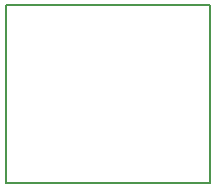
<source format=gm1>
G04 Layer_Color=16711935*
%FSLAX24Y24*%
%MOIN*%
G70*
G01*
G75*
%ADD26C,0.0060*%
D26*
X-3410Y3740D02*
X3380D01*
X-3410Y-2180D02*
Y3740D01*
Y-2180D02*
X3380D01*
Y3740D01*
M02*

</source>
